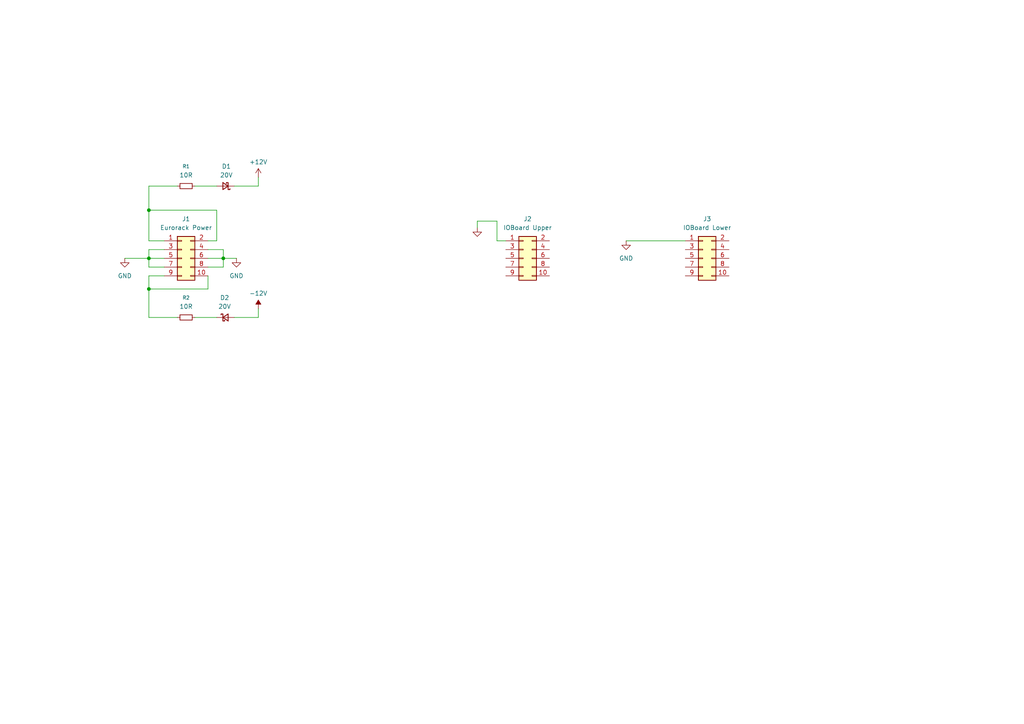
<source format=kicad_sch>
(kicad_sch (version 20250114) (generator "eeschema") (generator_version "9.0")
  (paper "A4")
  (lib_symbols
    (symbol "Connector_Generic:Conn_02x05_Odd_Even" (pin_names (offset 1.016) (hide yes))
      (property "Reference" "J" (at 1.27 7.62 0))
      (property "Value" "Conn_02x05_Odd_Even" (at 1.27 -7.62 0))
      (symbol "Conn_02x05_Odd_Even_1_1"
        (rectangle (start -1.27 6.35) (end 3.81 -6.35) (stroke (width 0.254)) (fill (type background)))
        (rectangle (start -1.27 5.207) (end 0 4.953) (stroke (width 0.1524)))
        (rectangle (start -1.27 2.667) (end 0 2.413) (stroke (width 0.1524)))
        (rectangle (start -1.27 0.127) (end 0 -0.127) (stroke (width 0.1524)))
        (rectangle (start -1.27 -2.413) (end 0 -2.667) (stroke (width 0.1524)))
        (rectangle (start -1.27 -4.953) (end 0 -5.207) (stroke (width 0.1524)))
        (rectangle (start 3.81 5.207) (end 2.54 4.953) (stroke (width 0.1524)))
        (rectangle (start 3.81 2.667) (end 2.54 2.413) (stroke (width 0.1524)))
        (rectangle (start 3.81 0.127) (end 2.54 -0.127) (stroke (width 0.1524)))
        (rectangle (start 3.81 -2.413) (end 2.54 -2.667) (stroke (width 0.1524)))
        (rectangle (start 3.81 -4.953) (end 2.54 -5.207) (stroke (width 0.1524)))
        (pin passive line (at -5.08 5.08 0) (length 3.81) (name "Pin_1") (number "1"))
        (pin passive line (at -5.08 2.54 0) (length 3.81) (name "Pin_3") (number "3"))
        (pin passive line (at -5.08 0 0) (length 3.81) (name "Pin_5") (number "5"))
        (pin passive line (at -5.08 -2.54 0) (length 3.81) (name "Pin_7") (number "7"))
        (pin passive line (at -5.08 -5.08 0) (length 3.81) (name "Pin_9") (number "9"))
        (pin passive line (at 7.62 5.08 180) (length 3.81) (name "Pin_2") (number "2"))
        (pin passive line (at 7.62 2.54 180) (length 3.81) (name "Pin_4") (number "4"))
        (pin passive line (at 7.62 0 180) (length 3.81) (name "Pin_6") (number "6"))
        (pin passive line (at 7.62 -2.54 180) (length 3.81) (name "Pin_8") (number "8"))
        (pin passive line (at 7.62 -5.08 180) (length 3.81) (name "Pin_10") (number "10"))
      )
    )
    (symbol "Device:D_Schottky_Small" (pin_numbers (hide yes)) (pin_names (offset 0.254) (hide yes))
      (property "Reference" "D" (at -1.27 2.032 0))
      (property "Value" "D_Schottky_Small" (at -7.112 -2.032 0))
      (symbol "D_Schottky_Small_0_1"
        (polyline (pts (xy -1.27 0.762) (xy -1.27 1.016) (xy -0.762 1.016) (xy -0.762 -1.016) (xy -0.254 -1.016) (xy -0.254 -0.762)) (stroke (width 0.254)))
        (polyline (pts (xy -0.762 0) (xy 0.762 0)))
        (polyline (pts (xy 0.762 -1.016) (xy -0.762 0) (xy 0.762 1.016) (xy 0.762 -1.016)) (stroke (width 0.254)))
      )
      (symbol "D_Schottky_Small_1_1"
        (pin passive line (at -2.54 0 0) (length 1.778) (name "K") (number "1"))
        (pin passive line (at 2.54 0 180) (length 1.778) (name "A") (number "2"))
      )
    )
    (symbol "Device:R_Small" (pin_numbers (hide yes)) (pin_names (offset 0.254) (hide yes))
      (property "Reference" "R" (at 0 0 90))
      (property "Value" "R_Small" (at 1.778 0 90))
      (symbol "R_Small_0_1"
        (rectangle (start -0.762 1.778) (end 0.762 -1.778) (stroke (width 0.2032)))
      )
      (symbol "R_Small_1_1"
        (pin passive line (at 0 2.54 270) (length 0.762) (name "~") (number "1"))
        (pin passive line (at 0 -2.54 90) (length 0.762) (name "~") (number "2"))
      )
    )
    (symbol "power:+12V" (power) (pin_numbers (hide yes)) (pin_names (offset 0) (hide yes))
      (property "Value" "+12V" (at 0 3.556 0))
      (symbol "+12V_0_1"
        (polyline (pts (xy -0.762 1.27) (xy 0 2.54)))
        (polyline (pts (xy 0 2.54) (xy 0.762 1.27)))
        (polyline (pts (xy 0 0) (xy 0 2.54)))
      )
      (symbol "+12V_1_1"
        (pin power_in line (at 0 0 90) (length 0) (name "~") (number "1"))
      )
    )
    (symbol "power:-12V" (power) (pin_numbers (hide yes)) (pin_names (offset 0) (hide yes))
      (property "Value" "-12V" (at 0 3.556 0))
      (symbol "-12V_0_0"
        (pin power_in line (at 0 0 90) (length 0) (name "~") (number "1"))
      )
      (symbol "-12V_0_1"
        (polyline (pts (xy 0 0) (xy 0 1.27) (xy 0.762 1.27) (xy 0 2.54) (xy -0.762 1.27) (xy 0 1.27)) (fill (type outline)))
      )
    )
    (symbol "power:GND" (power) (pin_numbers (hide yes)) (pin_names (offset 0) (hide yes))
      (property "Value" "GND" (at 0 -3.81 0))
      (symbol "GND_0_1"
        (polyline (pts (xy 0 0) (xy 0 -1.27) (xy 1.27 -1.27) (xy 0 -2.54) (xy -1.27 -1.27) (xy 0 -1.27)))
      )
      (symbol "GND_1_1"
        (pin power_in line (at 0 0 270) (length 0) (name "~") (number "1"))
      )
    )
  )
  (junction (at 64.77 74.93))
  (junction (at 43.18 83.82))
  (junction (at 43.18 60.96))
  (junction (at 43.18 74.93))
  (wire (pts (xy 74.93 92.075) (xy 74.93 89.535)))
  (wire (pts (xy 74.93 53.975) (xy 74.93 51.435)))
  (wire (pts (xy 60.325 69.85) (xy 62.865 69.85)))
  (wire (pts (xy 181.61 69.85) (xy 198.755 69.85)))
  (wire (pts (xy 62.865 69.85) (xy 62.865 60.96)))
  (wire (pts (xy 138.43 64.135) (xy 144.145 64.135)))
  (wire (pts (xy 64.77 72.39) (xy 64.77 74.93)))
  (wire (pts (xy 144.145 69.85) (xy 146.685 69.85)))
  (wire (pts (xy 138.43 64.135) (xy 138.43 66.04)))
  (wire (pts (xy 43.18 92.075) (xy 51.435 92.075)))
  (wire (pts (xy 60.325 74.93) (xy 64.77 74.93)))
  (wire (pts (xy 47.625 80.01) (xy 43.18 80.01)))
  (wire (pts (xy 36.195 74.93) (xy 43.18 74.93)))
  (wire (pts (xy 43.18 83.82) (xy 43.18 92.075)))
  (wire (pts (xy 43.18 77.47) (xy 43.18 74.93)))
  (wire (pts (xy 43.18 60.96) (xy 62.865 60.96)))
  (wire (pts (xy 47.625 77.47) (xy 43.18 77.47)))
  (wire (pts (xy 43.18 53.975) (xy 51.435 53.975)))
  (wire (pts (xy 43.18 80.01) (xy 43.18 83.82)))
  (wire (pts (xy 47.625 72.39) (xy 43.18 72.39)))
  (wire (pts (xy 64.77 74.93) (xy 68.58 74.93)))
  (wire (pts (xy 43.18 72.39) (xy 43.18 74.93)))
  (wire (pts (xy 43.18 60.96) (xy 43.18 53.975)))
  (wire (pts (xy 64.77 77.47) (xy 64.77 74.93)))
  (wire (pts (xy 47.625 69.85) (xy 43.18 69.85)))
  (wire (pts (xy 43.18 83.82) (xy 60.325 83.82)))
  (wire (pts (xy 60.325 77.47) (xy 64.77 77.47)))
  (wire (pts (xy 60.325 72.39) (xy 64.77 72.39)))
  (wire (pts (xy 60.325 80.01) (xy 60.325 83.82)))
  (wire (pts (xy 56.515 53.975) (xy 62.865 53.975)))
  (wire (pts (xy 43.18 69.85) (xy 43.18 60.96)))
  (wire (pts (xy 56.515 92.075) (xy 62.865 92.075)))
  (wire (pts (xy 43.18 74.93) (xy 47.625 74.93)))
  (wire (pts (xy 67.945 53.975) (xy 74.93 53.975)))
  (wire (pts (xy 144.145 64.135) (xy 144.145 69.85)))
  (wire (pts (xy 67.945 92.075) (xy 74.93 92.075)))
  (symbol (lib_id "Connector_Generic:Conn_02x05_Odd_Even") (at 151.765 74.93 0) (unit 1)
    (property "Reference" "J2" (at 153.035 63.5 0))
    (property "Value" "IOBoard Upper" (at 153.035 66.04 0))
    (property "Footprint" "Connector_PinHeader_2.54mm:PinHeader_2x05_P2.54mm_Vertical" (effects (hide yes)))
    (property "Description" "Generic connector, double row, 02x05, odd/even pin numbering scheme (row 1 odd numbers, row 2 even numbers), script generated (kicad-library-utils/schlib/autogen/connector/)" (effects (hide yes)))
  )
  (symbol (lib_id "power:-12V") (at 74.93 89.535 0) (unit 1)
    (property "Reference" "#PWR06" (effects (hide yes)))
    (property "Value" "-12V" (at 74.93 85.09 0))
    (property "Description" "Power symbol creates a global label with name \"-12V\"" (effects (hide yes)))
  )
  (symbol (lib_id "Device:R_Small") (at 53.975 92.075 90) (unit 1)
    (property "Reference" "R2" (at 53.975 86.36 90) (effects (font (size 1.016 1.016))))
    (property "Value" "10R" (at 53.975 88.9 90))
    (property "Description" "Resistor, small symbol" (effects (hide yes)))
  )
  (symbol (lib_id "power:GND") (at 138.43 66.04 0) (unit 1)
    (property "Reference" "#PWR01" (effects (hide yes)))
    (property "Value" "GND" (effects (hide yes)))
    (property "Description" "Power symbol creates a global label with name \"GND\" , ground" (effects (hide yes)))
  )
  (symbol (lib_id "power:GND") (at 36.195 74.93 0) (unit 1)
    (property "Reference" "#PWR04" (effects (hide yes)))
    (property "Value" "GND" (at 36.195 80.01 0))
    (property "Description" "Power symbol creates a global label with name \"GND\" , ground" (effects (hide yes)))
  )
  (symbol (lib_id "Device:D_Schottky_Small") (at 65.405 53.975 180) (unit 1)
    (property "Reference" "D1" (at 65.659 48.26 0))
    (property "Value" "20V" (at 65.659 50.8 0))
    (property "Description" "Schottky diode, small symbol" (effects (hide yes)))
  )
  (symbol (lib_id "Device:D_Schottky_Small") (at 65.405 92.075 0) (unit 1)
    (property "Reference" "D2" (at 65.151 86.36 0))
    (property "Value" "20V" (at 65.151 88.9 0))
    (property "Description" "Schottky diode, small symbol" (effects (hide yes)))
  )
  (symbol (lib_id "Device:R_Small") (at 53.975 53.975 90) (unit 1)
    (property "Reference" "R1" (at 53.975 48.26 90) (effects (font (size 1.016 1.016))))
    (property "Value" "10R" (at 53.975 50.8 90))
    (property "Description" "Resistor, small symbol" (effects (hide yes)))
  )
  (symbol (lib_id "power:+12V") (at 74.93 51.435 0) (unit 1)
    (property "Reference" "#PWR05" (effects (hide yes)))
    (property "Value" "+12V" (at 74.93 46.99 0))
    (property "Description" "Power symbol creates a global label with name \"+12V\"" (effects (hide yes)))
  )
  (symbol (lib_id "Connector_Generic:Conn_02x05_Odd_Even") (at 52.705 74.93 0) (unit 1)
    (property "Reference" "J1" (at 53.975 63.5 0))
    (property "Value" "Eurorack Power" (at 53.975 66.04 0))
    (property "Footprint" "Connector_IDC:IDC-Header_2x05_P2.54mm_Vertical" (effects (hide yes)))
    (property "Description" "Generic connector, double row, 02x05, odd/even pin numbering scheme (row 1 odd numbers, row 2 even numbers), script generated (kicad-library-utils/schlib/autogen/connector/)" (effects (hide yes)))
  )
  (symbol (lib_id "power:GND") (at 68.58 74.93 0) (unit 1)
    (property "Reference" "#PWR03" (effects (hide yes)))
    (property "Value" "GND" (at 68.58 80.01 0))
    (property "Description" "Power symbol creates a global label with name \"GND\" , ground" (effects (hide yes)))
  )
  (symbol (lib_id "Connector_Generic:Conn_02x05_Odd_Even") (at 203.835 74.93 0) (unit 1)
    (property "Reference" "J3" (at 205.105 63.5 0))
    (property "Value" "IOBoard Lower" (at 205.105 66.04 0))
    (property "Footprint" "Connector_PinHeader_2.54mm:PinHeader_2x05_P2.54mm_Vertical" (effects (hide yes)))
    (property "Description" "Generic connector, double row, 02x05, odd/even pin numbering scheme (row 1 odd numbers, row 2 even numbers), script generated (kicad-library-utils/schlib/autogen/connector/)" (effects (hide yes)))
  )
  (symbol (lib_id "power:GND") (at 181.61 69.85 0) (unit 1)
    (property "Reference" "#PWR02" (effects (hide yes)))
    (property "Value" "GND" (at 181.61 74.93 0))
    (property "Description" "Power symbol creates a global label with name \"GND\" , ground" (effects (hide yes)))
  )
)
</source>
